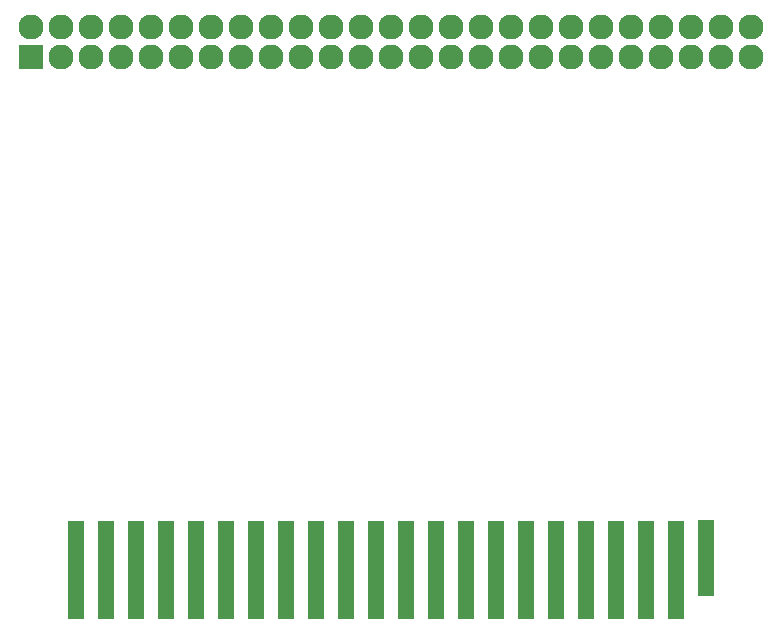
<source format=gbr>
G04 #@! TF.FileFunction,Soldermask,Bot*
%FSLAX46Y46*%
G04 Gerber Fmt 4.6, Leading zero omitted, Abs format (unit mm)*
G04 Created by KiCad (PCBNEW 4.0.7) date 05/21/18 15:56:52*
%MOMM*%
%LPD*%
G01*
G04 APERTURE LIST*
%ADD10C,0.100000*%
%ADD11R,1.400000X6.400000*%
%ADD12R,1.400000X8.400000*%
%ADD13R,2.127200X2.127200*%
%ADD14O,2.127200X2.127200*%
G04 APERTURE END LIST*
D10*
D11*
X168148000Y-139446000D03*
D12*
X165608000Y-140462000D03*
X163068000Y-140462000D03*
X160528000Y-140462000D03*
X157988000Y-140462000D03*
X155448000Y-140462000D03*
X152908000Y-140462000D03*
X150368000Y-140462000D03*
X147828000Y-140462000D03*
X145288000Y-140462000D03*
X142748000Y-140462000D03*
X140208000Y-140462000D03*
X137668000Y-140462000D03*
X135128000Y-140462000D03*
X132588000Y-140462000D03*
X130048000Y-140462000D03*
X127508000Y-140462000D03*
X124968000Y-140462000D03*
X122428000Y-140462000D03*
X119888000Y-140462000D03*
X117348000Y-140462000D03*
X114808000Y-140462000D03*
D11*
X168148000Y-139462000D03*
D12*
X165608000Y-140462000D03*
X163068000Y-140462000D03*
X160528000Y-140462000D03*
X157988000Y-140462000D03*
X155448000Y-140462000D03*
X152908000Y-140462000D03*
X150368000Y-140462000D03*
X147828000Y-140462000D03*
X145288000Y-140462000D03*
X142748000Y-140462000D03*
X140208000Y-140462000D03*
X137668000Y-140462000D03*
X135128000Y-140462000D03*
X132588000Y-140462000D03*
X130048000Y-140462000D03*
X127508000Y-140462000D03*
X124968000Y-140462000D03*
X122428000Y-140462000D03*
X119888000Y-140462000D03*
X117348000Y-140462000D03*
X114808000Y-140462000D03*
D13*
X110998000Y-97028000D03*
D14*
X110998000Y-94488000D03*
X113538000Y-97028000D03*
X113538000Y-94488000D03*
X116078000Y-97028000D03*
X116078000Y-94488000D03*
X118618000Y-97028000D03*
X118618000Y-94488000D03*
X121158000Y-97028000D03*
X121158000Y-94488000D03*
X123698000Y-97028000D03*
X123698000Y-94488000D03*
X126238000Y-97028000D03*
X126238000Y-94488000D03*
X128778000Y-97028000D03*
X128778000Y-94488000D03*
X131318000Y-97028000D03*
X131318000Y-94488000D03*
X133858000Y-97028000D03*
X133858000Y-94488000D03*
X136398000Y-97028000D03*
X136398000Y-94488000D03*
X138938000Y-97028000D03*
X138938000Y-94488000D03*
X141478000Y-97028000D03*
X141478000Y-94488000D03*
X144018000Y-97028000D03*
X144018000Y-94488000D03*
X146558000Y-97028000D03*
X146558000Y-94488000D03*
X149098000Y-97028000D03*
X149098000Y-94488000D03*
X151638000Y-97028000D03*
X151638000Y-94488000D03*
X154178000Y-97028000D03*
X154178000Y-94488000D03*
X156718000Y-97028000D03*
X156718000Y-94488000D03*
X159258000Y-97028000D03*
X159258000Y-94488000D03*
X161798000Y-97028000D03*
X161798000Y-94488000D03*
X164338000Y-97028000D03*
X164338000Y-94488000D03*
X166878000Y-97028000D03*
X166878000Y-94488000D03*
X169418000Y-97028000D03*
X169418000Y-94488000D03*
X171958000Y-97028000D03*
X171958000Y-94488000D03*
M02*

</source>
